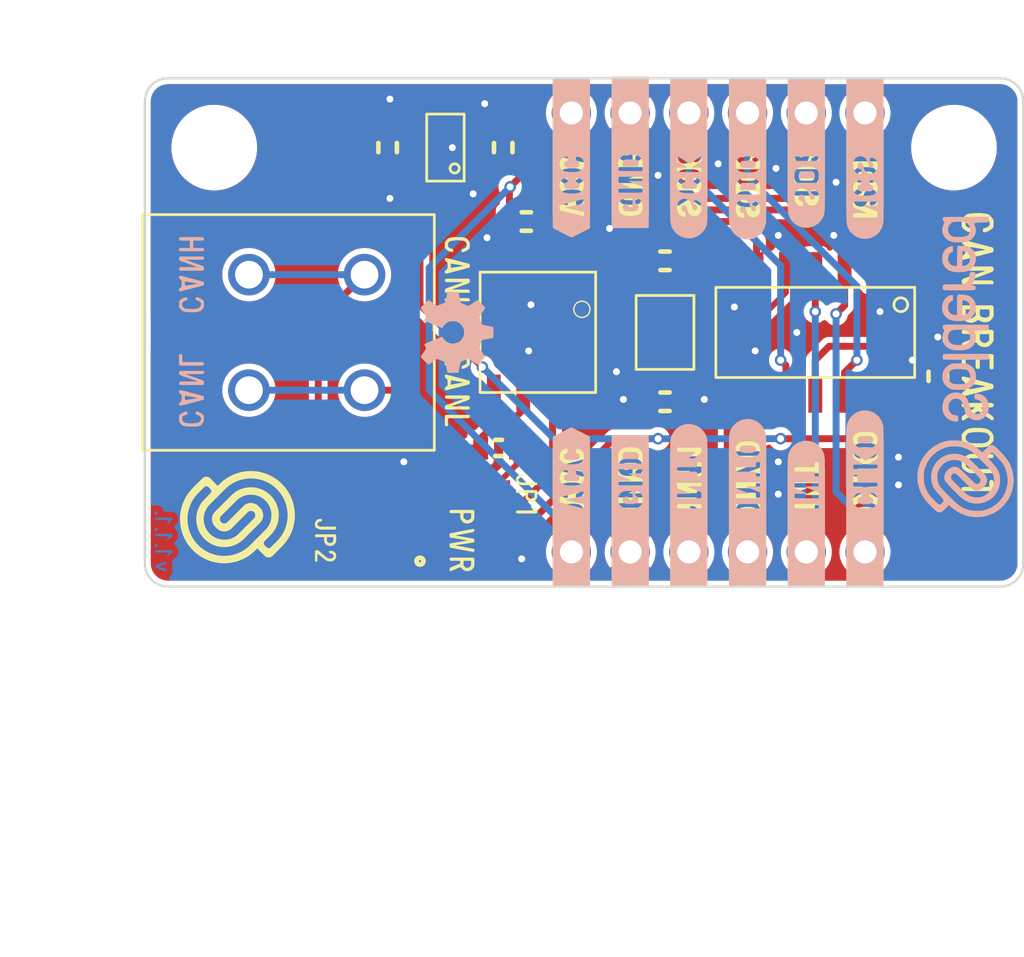
<source format=kicad_pcb>
(kicad_pcb (version 20210623) (generator pcbnew)
  (title_block (title "CAN breakout") (date "2021-07-12") (rev "V1.1.1.") (company "SOLDERED") (comment 1 "333020"))
  (layers (0 "F.Cu" mixed) (31 "B.Cu" signal) (34 "B.Paste" user) (35 "F.Paste" user) (36 "B.SilkS" user "B.Silkscreen") (37 "F.SilkS" user "F.Silkscreen") (38 "B.Mask" user) (39 "F.Mask" user) (44 "Edge.Cuts" user))
  (net 0 "")
  (net 1 "OSC1")
  (net 2 "GND")
  (net 3 "Net-(C2-Pad2)")
  (net 4 "5V")
  (net 5 "3V3")
  (net 6 "Net-(JP1-Pad2)")
  (net 7 "CANH")
  (net 8 "CLKO")
  (net 9 "INT")
  (net 10 "INT0")
  (net 11 "INT1")
  (net 12 "nCS")
  (net 13 "SDI")
  (net 14 "SDO")
  (net 15 "SCK")
  (net 16 "CANL")
  (net 18 "RXD")
  (net 19 "TXD")
  (net 20 "Net-(D1-Pad1)")
  (net 21 "Net-(JP2-Pad2)")
  (footprint "buzzardLabel" (layer "F.Cu") (at 124.93 109.4 -90)
    (fp_text reference "" (at 0 0 90) (layer "F.SilkS") (effects (font (size 1.27 1.27))))
    (fp_text value "" (at 0 0 90) (layer "F.SilkS") (effects (font (size 1.27 1.27))))
  )
  (footprint "e-radionica.com footprinti:0402R" (layer "F.Cu") (at 112.4 107 90)
    (fp_text reference "R2")
    (fp_text value "2k2")
    (pad "1" smd rect locked (at -0.5 0 180) (size 0.64 0.54) (layers "F.Cu" "F.Paste" "F.Mask") (net 21 "Net-(JP2-Pad2)"))
    (pad "2" smd rect locked (at 0.5 0 180) (size 0.64 0.54) (layers "F.Cu" "F.Paste" "F.Mask") (net 20 "Net-(D1-Pad1)"))
  )
  (footprint "Soldered Graphics:Logo-Back-OSH-3.5mm" (layer "F.Cu") (at 114.9 98 -90)
    (fp_text reference "G***" hide)
    (fp_text value "LOGO" hide)
  )
  (footprint "buzzardLabel" (layer "F.Cu") (at 130.01 109.4 -90)
    (fp_text reference "" (at 0 0 90) (layer "F.SilkS") (effects (font (size 1.27 1.27))))
    (fp_text value "" (at 0 0 90) (layer "F.SilkS") (effects (font (size 1.27 1.27))))
  )
  (footprint "buzzardLabel" (layer "F.Cu") (at 119.85 86.6 -90)
    (fp_text reference "" (at 0 0 90) (layer "F.SilkS") (effects (font (size 1.27 1.27))))
    (fp_text value "" (at 0 0 90) (layer "F.SilkS") (effects (font (size 1.27 1.27))))
  )
  (footprint "buzzardLabel" (layer "F.Cu") (at 109.2 107 -90)
    (fp_text reference "" (at 0 0 90) (layer "F.SilkS") (effects (font (size 1.27 1.27))))
    (fp_text value "" (at 0 0 90) (layer "F.SilkS") (effects (font (size 1.27 1.27))))
  )
  (footprint "e-radionica.com footprinti:0603C" (layer "F.Cu") (at 123.9 94.9 180)
    (fp_text reference "C1")
    (fp_text value "22pF")
    (pad "1" smd rect locked (at -0.73 0 180) (size 0.66 1) (layers "F.Cu" "F.Paste" "F.Mask") (net 2 "GND"))
    (pad "2" smd rect locked (at 0.73 0 180) (size 0.66 1) (layers "F.Cu" "F.Paste" "F.Mask") (net 1 "OSC1"))
  )
  (footprint "e-radionica.com footprinti:0603C" (layer "F.Cu") (at 116.9 90 -90)
    (fp_text reference "C3")
    (fp_text value "2.2uF")
    (pad "1" smd rect locked (at -0.73 0 270) (size 0.66 1) (layers "F.Cu" "F.Paste" "F.Mask") (net 2 "GND"))
    (pad "2" smd rect locked (at 0.73 0 270) (size 0.66 1) (layers "F.Cu" "F.Paste" "F.Mask") (net 4 "5V"))
  )
  (footprint "buzzardLabel" (layer "F.Cu") (at 117.9 105 -90)
    (fp_text reference "" (at 0 0 90) (layer "F.SilkS") (effects (font (size 1.27 1.27))))
    (fp_text value "" (at 0 0 90) (layer "F.SilkS") (effects (font (size 1.27 1.27))))
  )
  (footprint "buzzardLabel" (layer "F.Cu") (at 122.39 109.4 -90)
    (fp_text reference "" (at 0 0 90) (layer "F.SilkS") (effects (font (size 1.27 1.27))))
    (fp_text value "" (at 0 0 90) (layer "F.SilkS") (effects (font (size 1.27 1.27))))
  )
  (footprint "buzzardLabel" (layer "F.Cu") (at 119.85 109.4 -90)
    (fp_text reference "" (at 0 0 90) (layer "F.SilkS") (effects (font (size 1.27 1.27))))
    (fp_text value "" (at 0 0 90) (layer "F.SilkS") (effects (font (size 1.27 1.27))))
  )
  (footprint "buzzardLabel" (layer "F.Cu") (at 114.9 100.5 -90)
    (fp_text reference "" (at 0 0 90) (layer "F.SilkS") (effects (font (size 1.27 1.27))))
    (fp_text value "" (at 0 0 90) (layer "F.SilkS") (effects (font (size 1.27 1.27))))
  )
  (footprint "e-radionica.com footprinti:SMD_JUMPER" (layer "F.Cu") (at 116.7 105 90)
    (fp_text reference "JP1")
    (fp_text value "SMD_JUMPER")
    (pad "1" smd rect locked (at -0.35 0 90) (size 0.5 1) (layers "F.Cu" "F.Mask") (net 7 "CANH"))
    (pad "2" smd rect locked (at 0.35 0 90) (size 0.5 1) (layers "F.Cu" "F.Mask") (net 6 "Net-(JP1-Pad2)"))
  )
  (footprint "e-radionica.com footprinti:0603C" (layer "F.Cu") (at 111.9 90 -90)
    (fp_text reference "C5")
    (fp_text value "2.2uF")
    (pad "1" smd rect locked (at -0.73 0 270) (size 0.66 1) (layers "F.Cu" "F.Paste" "F.Mask") (net 2 "GND"))
    (pad "2" smd rect locked (at 0.73 0 270) (size 0.66 1) (layers "F.Cu" "F.Paste" "F.Mask") (net 5 "3V3"))
  )
  (footprint "buzzardLabel" (layer "F.Cu") (at 130.01 86.6 -90)
    (fp_text reference "" (at 0 0 90) (layer "F.SilkS") (effects (font (size 1.27 1.27))))
    (fp_text value "" (at 0 0 90) (layer "F.SilkS") (effects (font (size 1.27 1.27))))
  )
  (footprint "e-radionica.com footprinti:HOLE_3.2mm" (layer "F.Cu") (at 104.4 90 -90)
    (fp_text reference "H2" hide)
    (fp_text value "HOLE_3.2mm" hide)
    (pad "" np_thru_hole circle locked (at 0 0 270) (size 3.2 3.2) (drill 3.2) (layers F&B.Cu *.Mask))
  )
  (footprint "e-radionica.com footprinti:HOLE_3.2mm" (layer "F.Cu") (at 136.4 90 -90)
    (fp_text reference "H1" hide)
    (fp_text value "HOLE_3.2mm" hide)
    (pad "" np_thru_hole circle locked (at 0 0 270) (size 3.2 3.2) (drill 3.2) (layers F&B.Cu *.Mask))
  )
  (footprint "buzzardLabel" (layer "F.Cu") (at 127.47 86.6 -90)
    (fp_text reference "" (at 0 0 90) (layer "F.SilkS") (effects (font (size 1.27 1.27))))
    (fp_text value "" (at 0 0 90) (layer "F.SilkS") (effects (font (size 1.27 1.27))))
  )
  (footprint "e-radionica.com footprinti:0603C" (layer "F.Cu") (at 123.9 101)
    (fp_text reference "C2")
    (fp_text value "22pF")
    (pad "1" smd rect locked (at -0.73 0) (size 0.66 1) (layers "F.Cu" "F.Paste" "F.Mask") (net 2 "GND"))
    (pad "2" smd rect locked (at 0.73 0) (size 0.66 1) (layers "F.Cu" "F.Paste" "F.Mask") (net 3 "Net-(C2-Pad2)"))
  )
  (footprint "e-radionica.com footprinti:SOIC−8" (layer "F.Cu") (at 118.4 98 -90)
    (fp_text reference "U3")
    (fp_text value "ATA6561-GAQW-N")
    (pad "1" smd rect locked (at -2.7 -1.905 270) (size 1.55 0.6) (layers "F.Cu" "F.Paste" "F.Mask") (net 19 "TXD"))
    (pad "2" smd rect locked (at -2.6 -0.635 270) (size 1.55 0.6) (layers "F.Cu" "F.Paste" "F.Mask") (net 2 "GND"))
    (pad "3" smd rect locked (at -2.6 0.635 270) (size 1.55 0.6) (layers "F.Cu" "F.Paste" "F.Mask") (net 4 "5V"))
    (pad "4" smd rect locked (at -2.6 1.905 270) (size 1.55 0.6) (layers "F.Cu" "F.Paste" "F.Mask") (net 18 "RXD"))
    (pad "5" smd rect locked (at 2.6 1.905 270) (size 1.55 0.6) (layers "F.Cu" "F.Paste" "F.Mask") (net 5 "3V3"))
    (pad "6" smd rect locked (at 2.6 0.635 270) (size 1.55 0.6) (layers "F.Cu" "F.Paste" "F.Mask") (net 16 "CANL"))
    (pad "7" smd rect locked (at 2.6 -0.635 270) (size 1.55 0.6) (layers "F.Cu" "F.Paste" "F.Mask") (net 7 "CANH"))
    (pad "8" smd rect locked (at 2.6 -1.905 270) (size 1.55 0.6) (layers "F.Cu" "F.Paste" "F.Mask") (net 2 "GND"))
  )
  (footprint "buzzardLabel" (layer "F.Cu") (at 127.47 109.4 -90)
    (fp_text reference "" (at 0 0 90) (layer "F.SilkS") (effects (font (size 1.27 1.27))))
    (fp_text value "" (at 0 0 90) (layer "F.SilkS") (effects (font (size 1.27 1.27))))
  )
  (footprint "buzzardLabel" (layer "F.Cu") (at 115.1 107 -90)
    (fp_text reference "" (at 0 0 90) (layer "F.SilkS") (effects (font (size 1.27 1.27))))
    (fp_text value "" (at 0 0 90) (layer "F.SilkS") (effects (font (size 1.27 1.27))))
  )
  (footprint "Soldered Graphics:Logo-Front-Soldered-5mm" (layer "F.Cu") (at 105.4 106 -90)
    (fp_text reference "G***" hide)
    (fp_text value "LOGO" hide)
  )
  (footprint "buzzardLabel" (layer "F.Cu") (at 124.93 86.6 -90)
    (fp_text reference "" (at 0 0 90) (layer "F.SilkS") (effects (font (size 1.27 1.27))))
    (fp_text value "" (at 0 0 90) (layer "F.SilkS") (effects (font (size 1.27 1.27))))
  )
  (footprint "buzzardLabel" (layer "F.Cu") (at 122.39 86.5275 -90)
    (fp_text reference "" (at 0 0 90) (layer "F.SilkS") (effects (font (size 1.27 1.27))))
    (fp_text value "" (at 0 0 90) (layer "F.SilkS") (effects (font (size 1.27 1.27))))
  )
  (footprint "buzzardLabel" (layer "F.Cu") (at 114.9 95.5 -90)
    (fp_text reference "" (at 0 0 90) (layer "F.SilkS") (effects (font (size 1.27 1.27))))
    (fp_text value "" (at 0 0 90) (layer "F.SilkS") (effects (font (size 1.27 1.27))))
  )
  (footprint "buzzardLabel" (layer "F.Cu") (at 132.55 86.6 -90)
    (fp_text reference "" (at 0 0 90) (layer "F.SilkS") (effects (font (size 1.27 1.27))))
    (fp_text value "" (at 0 0 90) (layer "F.SilkS") (effects (font (size 1.27 1.27))))
  )
  (footprint "e-radionica.com footprinti:KRISTAL_3225__4_PAD" (layer "F.Cu") (at 123.9 98 -90)
    (fp_text reference "X1")
    (fp_text value "40MHz")
    (pad "1" smd rect locked (at -1.1 0.8 270) (size 1.4 1.2) (layers "F.Cu" "F.Paste" "F.Mask") (net 1 "OSC1"))
    (pad "2" smd rect locked (at 1.1 0.8 270) (size 1.4 1.2) (layers "F.Cu" "F.Paste" "F.Mask") (net 2 "GND"))
    (pad "3" smd rect locked (at 1.1 -0.8 270) (size 1.4 1.2) (layers "F.Cu" "F.Paste" "F.Mask") (net 3 "Net-(C2-Pad2)"))
    (pad "4" smd rect locked (at -1.1 -0.8 270) (size 1.4 1.2) (layers "F.Cu" "F.Paste" "F.Mask") (net 2 "GND"))
  )
  (footprint "e-radionica.com footprinti:0603C" (layer "F.Cu") (at 117.9 93.2)
    (fp_text reference "C6")
    (fp_text value "0.1uF")
    (pad "1" smd rect locked (at -0.73 0) (size 0.66 1) (layers "F.Cu" "F.Paste" "F.Mask") (net 4 "5V"))
    (pad "2" smd rect locked (at 0.73 0) (size 0.66 1) (layers "F.Cu" "F.Paste" "F.Mask") (net 2 "GND"))
  )
  (footprint "e-radionica.com footprinti:0402LED" (layer "F.Cu") (at 113.9 107 -90)
    (fp_text reference "D1")
    (fp_text value "purple")
    (pad "1" smd rect locked (at -0.55 0) (size 0.75 0.45) (layers "F.Cu" "F.Paste" "F.Mask") (net 20 "Net-(D1-Pad1)"))
    (pad "2" smd rect locked (at 0.55 0) (size 0.75 0.45) (layers "F.Cu" "F.Paste" "F.Mask") (net 2 "GND"))
  )
  (footprint "buzzardLabel" (layer "F.Cu") (at 132.55 109.4 -90)
    (fp_text reference "" (at 0 0 90) (layer "F.SilkS") (effects (font (size 1.27 1.27))))
    (fp_text value "" (at 0 0 90) (layer "F.SilkS") (effects (font (size 1.27 1.27))))
  )
  (footprint "buzzardLabel" (layer "F.Cu") (at 137.4 99 -90)
    (fp_text reference "" (at 0 0 90) (layer "F.SilkS") (effects (font (size 1.27 1.27))))
    (fp_text value "" (at 0 0 90) (layer "F.SilkS") (effects (font (size 1.27 1.27))))
  )
  (footprint "e-radionica.com footprinti:SOIC-14" (layer "F.Cu") (at 130.4 98 -90)
    (fp_text reference "U2")
    (fp_text value "MCP2518FDT-E/SL")
    (pad "1" smd rect locked (at -2.7 -3.81 270) (size 1.55 0.6) (layers "F.Cu" "F.Paste" "F.Mask") (net 19 "TXD"))
    (pad "2" smd rect locked (at -2.7 -2.54 270) (size 1.55 0.6) (layers "F.Cu" "F.Paste" "F.Mask") (net 18 "RXD"))
    (pad "3" smd rect locked (at -2.7 -1.27 270) (size 1.55 0.6) (layers "F.Cu" "F.Paste" "F.Mask") (net 8 "CLKO"))
    (pad "4" smd rect locked (at -2.7 0 270) (size 1.55 0.6) (layers "F.Cu" "F.Paste" "F.Mask") (net 9 "INT"))
    (pad "5" smd rect locked (at -2.7 1.27 270) (size 1.55 0.6) (layers "F.Cu" "F.Paste" "F.Mask") (net 3 "Net-(C2-Pad2)"))
    (pad "6" smd rect locked (at -2.7 2.54 270) (size 1.55 0.6) (layers "F.Cu" "F.Paste" "F.Mask") (net 1 "OSC1"))
    (pad "7" smd rect locked (at -2.7 3.81 270) (size 1.55 0.6) (layers "F.Cu" "F.Paste" "F.Mask") (net 2 "GND"))
    (pad "8" smd rect locked (at 2.7 3.81 270) (size 1.55 0.6) (layers "F.Cu" "F.Paste" "F.Mask") (net 11 "INT1"))
    (pad "9" smd rect locked (at 2.7 2.54 270) (size 1.55 0.6) (layers "F.Cu" "F.Paste" "F.Mask") (net 10 "INT0"))
    (pad "10" smd rect locked (at 2.7 1.27 270) (size 1.55 0.6) (layers "F.Cu" "F.Paste" "F.Mask") (net 15 "SCK"))
    (pad "11" smd rect locked (at 2.7 0 270) (size 1.55 0.6) (layers "F.Cu" "F.Paste" "F.Mask") (net 13 "SDI"))
    (pad "12" smd rect locked (at 2.7 -1.27 270) (size 1.55 0.6) (layers "F.Cu" "F.Paste" "F.Mask") (net 14 "SDO"))
    (pad "13" smd rect locked (at 2.7 -2.54 270) (size 1.55 0.6) (layers "F.Cu" "F.Paste" "F.Mask") (net 12 "nCS"))
    (pad "14" smd rect locked (at 2.7 -3.81 270) (size 1.55 0.6) (layers "F.Cu" "F.Paste" "F.Mask") (net 5 "3V3"))
  )
  (footprint "e-radionica.com footprinti:TERMINAL_KF235-5.0-2P" (layer "F.Cu") (at 108.4 98 -90)
    (fp_text reference "K3")
    (fp_text value "TERMINAL_KF235-5.0-2P")
    (pad "1" thru_hole circle locked (at 2.5 2.5 270) (size 1.8 1.8) (drill 1.2) (layers *.Cu *.Mask) (net 16 "CANL"))
    (pad "1" thru_hole circle locked (at 2.5 -2.5 270) (size 1.8 1.8) (drill 1.2) (layers *.Cu *.Mask) (net 16 "CANL"))
    (pad "2" thru_hole circle locked (at -2.5 -2.5 270) (size 1.8 1.8) (drill 1.2) (layers *.Cu *.Mask) (net 7 "CANH"))
    (pad "2" thru_hole circle locked (at -2.5 2.5 270) (size 1.8 1.8) (drill 1.2) (layers *.Cu *.Mask) (net 7 "CANH"))
  )
  (footprint "e-radionica.com footprinti:0603C" (layer "F.Cu") (at 135.7 99.9 -90)
    (fp_text reference "C4")
    (fp_text value "0.1uF")
    (pad "1" smd rect locked (at -0.73 0 270) (size 0.66 1) (layers "F.Cu" "F.Paste" "F.Mask") (net 2 "GND"))
    (pad "2" smd rect locked (at 0.73 0 270) (size 0.66 1) (layers "F.Cu" "F.Paste" "F.Mask") (net 5 "3V3"))
  )
  (footprint "Soldered Graphics:Logo-Back-SolderedFULL-13mm" (layer "F.Cu") (at 136.9 99.5 -90)
    (fp_text reference "REF**" hide)
    (fp_text value "Logo-Front-SolderedFULL-13mm" hide)
  )
  (footprint "e-radionica.com footprinti:FIDUCIAL_23" (layer "F.Cu") (at 103.4 98 -90)
    (fp_text reference "FD1")
    (fp_text value "FIDUCIAL")
    (fp_circle (center 0 0) (end 1 0) (layer "F.Cu") (width 0.2) (fill none))
    (pad "1" smd circle (at 0 0 270) (size 1 1) (layers "F.Cu" "F.Paste" "F.Mask") (clearance 1.1))
  )
  (footprint "e-radionica.com footprinti:SMD-JUMPER-CONNECTED_TRACE_SLODERMASK" (layer "F.Cu") (at 110.4 107 -90)
    (fp_text reference "JP2")
    (fp_text value "SMD-JUMPER-CONNECTED_TRACE_SLODERMASK")
    (fp_poly (pts (xy 0.1 0.1) (xy -0.1 0.1) (xy -0.1 -0.1) (xy 0.1 -0.1)) (layer "F.Cu") (width 0.1) (fill solid))
    (pad "1" smd rect (at -0.35 0 270) (size 0.5 1) (layers "F.Cu" "F.Mask") (net 5 "3V3"))
    (pad "2" smd rect (at 0.35 0 270) (size 0.5 1) (layers "F.Cu" "F.Mask") (net 21 "Net-(JP2-Pad2)"))
  )
  (footprint "e-radionica.com footprinti:SOT-23-5" (layer "F.Cu") (at 114.4 90 180)
    (fp_text reference "U1")
    (fp_text value "SE5218")
    (pad "1" smd rect locked (at -1.1 -0.95 180) (size 0.7 0.45) (layers "F.Cu" "F.Paste" "F.Mask") (net 4 "5V"))
    (pad "2" smd rect locked (at -1.1 0 180) (size 0.7 0.45) (layers "F.Cu" "F.Paste" "F.Mask") (net 2 "GND"))
    (pad "3" smd rect locked (at -1.1 0.95 180) (size 0.7 0.45) (layers "F.Cu" "F.Paste" "F.Mask") (net 4 "5V"))
    (pad "4" smd rect locked (at 1.1 0.95 180) (size 0.7 0.45) (layers "F.Cu" "F.Paste" "F.Mask"))
    (pad "5" smd rect locked (at 1.1 -0.95 180) (size 0.7 0.45) (layers "F.Cu" "F.Paste" "F.Mask") (net 5 "3V3"))
  )
  (footprint "e-radionica.com footprinti:0603R" (layer "F.Cu") (at 116.7 103 180)
    (fp_text reference "R1")
    (fp_text value "120R")
    (pad "1" smd rect locked (at -0.775 0 270) (size 1 0.64) (layers "F.Cu" "F.Paste" "F.Mask") (net 6 "Net-(JP1-Pad2)"))
    (pad "2" smd rect locked (at 0.775 0 270) (size 1 0.64) (layers "F.Cu" "F.Paste" "F.Mask") (net 16 "CANL"))
  )
  (footprint "buzzardLabel" (layer "B.Cu") (at 127.47 86.6 90)
    (fp_text reference "" (at 0 0 90) (layer "B.SilkS") (effects (font (size 1.27 1.27)) (justify mirror)))
    (fp_text value "" (at 0 0 90) (layer "B.SilkS") (effects (font (size 1.27 1.27)) (justify mirror)))
  )
  (footprint "buzzardLabel" (layer "B.Cu") (at 130.01 86.6 90)
    (fp_text reference "" (at 0 0 90) (layer "B.SilkS") (effects (font (size 1.27 1.27)) (justify mirror)))
    (fp_text value "" (at 0 0 90) (layer "B.SilkS") (effects (font (size 1.27 1.27)) (justify mirror)))
  )
  (footprint "buzzardLabel" (layer "B.Cu") (at 103.4 100.5 90)
    (fp_text reference "" (at 0 0 90) (layer "B.SilkS") (effects (font (size 1.27 1.27)) (justify mirror)))
    (fp_text value "" (at 0 0 90) (layer "B.SilkS") (effects (font (size 1.27 1.27)) (justify mirror)))
  )
  (footprint "buzzardLabel" (layer "B.Cu") (at 124.93 86.6 90)
    (fp_text reference "" (at 0 0 90) (layer "B.SilkS") (effects (font (size 1.27 1.27)) (justify mirror)))
    (fp_text value "" (at 0 0 90) (layer "B.SilkS") (effects (font (size 1.27 1.27)) (justify mirror)))
  )
  (footprint "buzzardLabel" (layer "B.Cu") (at 127.47 109.4 90)
    (fp_text reference "" (at 0 0 90) (layer "B.SilkS") (effects (font (size 1.27 1.27)) (justify mirror)))
    (fp_text value "" (at 0 0 90) (layer "B.SilkS") (effects (font (size 1.27 1.27)) (justify mirror)))
  )
  (footprint "e-radionica.com footprinti:HEADER_MALE_6X1" (layer "B.Cu") (at 126.2 88.5)
    (fp_text reference "K2")
    (fp_text value "HEADER_MALE_6X1")
    (pad "1" thru_hole circle locked (at -6.35 0) (size 1.7 1.7) (drill 1) (layers *.Cu *.Mask) (net 4 "5V"))
    (pad "2" thru_hole circle locked (at -3.81 0) (size 1.7 1.7) (drill 1) (layers *.Cu *.Mask) (net 2 "GND"))
    (pad "3" thru_hole circle locked (at -1.27 0) (size 1.7 1.7) (drill 1) (layers *.Cu *.Mask) (net 15 "SCK"))
    (pad "4" thru_hole circle locked (at 1.27 0) (size 1.7 1.7) (drill 1) (layers *.Cu *.Mask) (net 14 "SDO"))
    (pad "5" thru_hole circle locked (at 3.81 0) (size 1.7 1.7) (drill 1) (layers *.Cu *.Mask) (net 13 "SDI"))
    (pad "6" thru_hole circle locked (at 6.35 0) (size 1.7 1.7) (drill 1) (layers *.Cu *.Mask) (net 12 "nCS"))
  )
  (footprint "buzzardLabel" (layer "B.Cu") (at 122.39 86.5275 90)
    (fp_text reference "" (at 0 0 90) (layer "B.SilkS") (effects (font (size 1.27 1.27)) (justify mirror)))
    (fp_text value "" (at 0 0 90) (layer "B.SilkS") (effects (font (size 1.27 1.27)) (justify mirror)))
  )
  (footprint "buzzardLabel" (layer "B.Cu") (at 124.93 109.4 90)
    (fp_text reference "" (at 0 0 90) (layer "B.SilkS") (effects (font (size 1.27 1.27)) (justify mirror)))
    (fp_text value "" (at 0 0 90) (layer "B.SilkS") (effects (font (size 1.27 1.27)) (justify mirror)))
  )
  (footprint "buzzardLabel" (layer "B.Cu") (at 132.55 109.4 90)
    (fp_text reference "" (at 0 0 90) (layer "B.SilkS") (effects (font (size 1.27 1.27)) (justify mirror)))
    (fp_text value "" (at 0 0 90) (layer "B.SilkS") (effects (font (size 1.27 1.27)) (justify mirror)))
  )
  (footprint "buzzardLabel" (layer "B.Cu") (at 132.55 86.6 90)
    (fp_text reference "" (at 0 0 90) (layer "B.SilkS") (effects (font (size 1.27 1.27)) (justify mirror)))
    (fp_text value "" (at 0 0 90) (layer "B.SilkS") (effects (font (size 1.27 1.27)) (justify mirror)))
  )
  (footprint "buzzardLabel" (layer "B.Cu") (at 119.85 86.6 90)
    (fp_text reference "" (at 0 0 90) (layer "B.SilkS") (effects (font (size 1.27 1.27)) (justify mirror)))
    (fp_text value "" (at 0 0 90) (layer "B.SilkS") (effects (font (size 1.27 1.27)) (justify mirror)))
  )
  (footprint "Soldered Graphics:Version1.1.1." (layer "B.Cu") (at 102.2 107 90)
    (fp_text reference "REF**" hide)
    (fp_text value "Version1.1.1." hide)
    (fp_poly (pts (xy 0.21 -0.35) (xy 0.26 -0.35) (xy 0.28 -0.31) (xy 0.28 0.35) (xy 0.24 0.38) (xy 0.19 0.38) (xy 0.15 0.34) (xy 0.04 0.22) (xy 0.02 0.17) (xy 0.05 0.16) (xy 0.14 0.22) (xy 0.18 0.23) (xy 0.18 -0.31) (xy 0.21 -0.35)) (layer "B.Cu") (width 0.01) (fill solid))
    (fp_poly (pts (xy -0.27 -0.38) (xy -0.22 -0.38) (xy -0.17 -0.37) (xy -0.16 -0.33) (xy -0.16 -0.27) (xy -0.21 -0.26) (xy -0.26 -0.26) (xy -0.29 -0.29) (xy -0.29 -0.34) (xy -0.27 -0.38)) (layer "B.Cu") (width 0.01) (fill solid))
    (fp_poly (pts (xy -1.15 -0.35) (xy -1.1 -0.35) (xy -1.07 -0.31) (xy -0.92 0.1) (xy -0.94 0.13) (xy -0.99 0.13) (xy -1.02 0.1) (xy -1.11 -0.16) (xy -1.13 -0.21) (xy -1.15 -0.17) (xy -1.24 0.09) (xy -1.26 0.13) (xy -1.32 0.13) (xy -1.34 0.1) (xy -1.18 -0.31) (xy -1.15 -0.35)) (layer "B.Cu") (width 0.01) (fill solid))
    (fp_poly (pts (xy 1.14 -0.38) (xy 1.19 -0.38) (xy 1.24 -0.37) (xy 1.25 -0.33) (xy 1.25 -0.27) (xy 1.2 -0.26) (xy 1.15 -0.26) (xy 1.12 -0.29) (xy 1.12 -0.34) (xy 1.14 -0.38)) (layer "B.Cu") (width 0.01) (fill solid))
    (fp_poly (pts (xy 0.91 -0.35) (xy 0.96 -0.35) (xy 0.98 -0.31) (xy 0.98 0.35) (xy 0.95 0.38) (xy 0.89 0.38) (xy 0.86 0.34) (xy 0.74 0.22) (xy 0.73 0.17) (xy 0.76 0.16) (xy 0.85 0.22) (xy 0.89 0.23) (xy 0.89 -0.31) (xy 0.91 -0.35)) (layer "B.Cu") (width 0.01) (fill solid))
    (fp_poly (pts (xy 0.43 -0.38) (xy 0.48 -0.38) (xy 0.54 -0.37) (xy 0.54 -0.33) (xy 0.54 -0.27) (xy 0.5 -0.26) (xy 0.45 -0.26) (xy 0.42 -0.29) (xy 0.42 -0.34) (xy 0.43 -0.38)) (layer "B.Cu") (width 0.01) (fill solid))
    (fp_poly (pts (xy -0.5 -0.35) (xy -0.44 -0.35) (xy -0.43 -0.31) (xy -0.43 0.35) (xy -0.46 0.38) (xy -0.52 0.38) (xy -0.55 0.34) (xy -0.67 0.22) (xy -0.68 0.17) (xy -0.65 0.16) (xy -0.56 0.22) (xy -0.52 0.23) (xy -0.52 -0.31) (xy -0.5 -0.35)) (layer "B.Cu") (width 0.01) (fill solid))
  )
  (footprint "buzzardLabel" (layer "B.Cu") (at 119.85 109.4 90)
    (fp_text reference "" (at 0 0 90) (layer "B.SilkS") (effects (font (size 1.27 1.27)) (justify mirror)))
    (fp_text value "" (at 0 0 90) (layer "B.SilkS") (effects (font (size 1.27 1.27)) (justify mirror)))
  )
  (footprint "e-radionica.com footprinti:HEADER_MALE_6X1" (layer "B.Cu") (at 126.2 107.5)
    (fp_text reference "K1")
    (fp_text value "HEADER_MALE_6X1")
    (pad "1" thru_hole circle locked (at -6.35 0) (size 1.7 1.7) (drill 1) (layers *.Cu *.Mask) (net 4 "5V"))
    (pad "2" thru_hole circle locked (at -3.81 0) (size 1.7 1.7) (drill 1) (layers *.Cu *.Mask) (net 2 "GND"))
    (pad "3" thru_hole circle locked (at -1.27 0) (size 1.7 1.7) (drill 1) (layers *.Cu *.Mask) (net 11 "INT1"))
    (pad "4" thru_hole circle locked (at 1.27 0) (size 1.7 1.7) (drill 1) (layers *.Cu *.Mask) (net 10 "INT0"))
    (pad "5" thru_hole circle locked (at 3.81 0) (size 1.7 1.7) (drill 1) (layers *.Cu *.Mask) (net 9 "INT"))
    (pad "6" thru_hole circle locked (at 6.35 0) (size 1.7 1.7) (drill 1) (layers *.Cu *.Mask) (net 8 "CLKO"))
  )
  (footprint "buzzardLabel" (layer "B.Cu") (at 130.01 109.4 90)
    (fp_text reference "" (at 0 0 90) (layer "B.SilkS") (effects (font (size 1.27 1.27)) (justify mirror)))
    (fp_text value "" (at 0 0 90) (layer "B.SilkS") (effects (font (size 1.27 1.27)) (justify mirror)))
  )
  (footprint "buzzardLabel" (layer "B.Cu") (at 122.39 109.4 90)
    (fp_text reference "" (at 0 0 90) (layer "B.SilkS") (effects (font (size 1.27 1.27)) (justify mirror)))
    (fp_text value "" (at 0 0 90) (layer "B.SilkS") (effects (font (size 1.27 1.27)) (justify mirror)))
  )
  (footprint "buzzardLabel" (layer "B.Cu") (at 103.4 95.5 90)
    (fp_text reference "" (at 0 0 90) (layer "B.SilkS") (effects (font (size 1.27 1.27)) (justify mirror)))
    (fp_text value "" (at 0 0 90) (layer "B.SilkS") (effects (font (size 1.27 1.27)) (justify mirror)))
  )
  (gr_line (start 102.4 87) (end 138.4 87) (layer "Edge.Cuts") (width 0.1))
  (gr_arc (start 138.4 88) (end 139.4 88) (angle -90) (layer "Edge.Cuts") (width 0.1))
  (gr_arc (start 138.4 108) (end 139.4 108) (angle 90) (layer "Edge.Cuts") (width 0.1))
  (gr_arc (start 102.4 108) (end 101.4 108) (angle -90) (layer "Edge.Cuts") (width 0.1))
  (gr_line (start 101.4 108) (end 101.4 88) (layer "Edge.Cuts") (width 0.1))
  (gr_line (start 139.4 88) (end 139.4 108) (layer "Edge.Cuts") (width 0.1))
  (gr_line (start 138.4 109) (end 102.4 109) (layer "Edge.Cuts") (width 0.1))
  (gr_arc (start 102.4 88) (end 101.4 88) (angle 90) (layer "Edge.Cuts") (width 0.1))
  (segment (start 123.17 94.23) (end 123.17 95) (width 0.3) (layer "F.Cu") (net 1))
  (segment (start 124.2 93.2) (end 123.17 94.23) (width 0.3) (layer "F.Cu") (net 1))
  (segment (start 127.86 95.3) (end 127.86 94.06) (width 0.3) (layer "F.Cu") (net 1))
  (segment (start 123.17 95) (end 123.17 96.83) (width 0.3) (layer "F.Cu") (net 1))
  (segment (start 123.17 96.83) (end 123.1 96.9) (width 0.3) (layer "F.Cu") (net 1))
  (segment (start 127 93.2) (end 124.2 93.2) (width 0.3) (layer "F.Cu") (net 1))
  (segment (start 127.86 94.06) (end 127 93.2) (width 0.3) (layer "F.Cu") (net 1))
  (via (at 115.6 92) (size 0.5) (drill 0.3) (layers "F.Cu" "B.Cu") (net 2))
  (via (at 114.7 90) (size 0.5) (drill 0.3) (layers "F.Cu" "B.Cu") (net 2))
  (via (at 126.9 96.9) (size 0.5) (drill 0.3) (layers "F.Cu" "B.Cu") (net 2))
  (via (at 121.5 93.5) (size 0.5) (drill 0.3) (layers "F.Cu" "B.Cu") (net 2))
  (via (at 112 87.9) (size 0.5) (drill 0.3) (layers "F.Cu" "B.Cu") (net 2))
  (via (at 131.2 93.8) (size 0.5) (drill 0.3) (layers "F.Cu" "B.Cu") (net 2))
  (via (at 134.6 99.2) (size 0.5) (drill 0.3) (layers "F.Cu" "B.Cu") (net 2))
  (via (at 128.8 105) (size 0.5) (drill 0.3) (layers "F.Cu" "B.Cu") (net 2))
  (via (at 116.1 88.1) (size 0.5) (drill 0.3) (layers "F.Cu" "B.Cu") (net 2))
  (via (at 116.2 93.9) (size 0.5) (drill 0.3) (layers "F.Cu" "B.Cu") (net 2))
  (via (at 122.1 100.9) (size 0.5) (drill 0.3) (layers "F.Cu" "B.Cu") (net 2))
  (via (at 129.6 98) (size 0.5) (drill 0.3) (layers "F.Cu" "B.Cu") (net 2))
  (via (at 134 103.4) (size 0.5) (drill 0.3) (layers "F.Cu" "B.Cu") (net 2))
  (via (at 125.6 100.9) (size 0.5) (drill 0.3) (layers "F.Cu" "B.Cu") (net 2))
  (via (at 128.7 90.9) (size 0.5) (drill 0.3) (layers "F.Cu" "B.Cu") (net 2))
  (via (at 112 92.2) (size 0.5) (drill 0.3) (layers "F.Cu" "B.Cu") (net 2))
  (via (at 121.8 99.7) (size 0.5) (drill 0.3) (layers "F.Cu" "B.Cu") (net 2))
  (via (at 135.7 98.2) (size 0.5) (drill 0.3) (layers "F.Cu" "B.Cu") (net 2))
  (via (at 128.8 93.8) (size 0.5) (drill 0.3) (layers "F.Cu" "B.Cu") (net 2))
  (via (at 118 98.8) (size 0.5) (drill 0.3) (layers "F.Cu" "B.Cu") (net 2))
  (via (at 134 104.6) (size 0.5) (drill 0.3) (layers "F.Cu" "B.Cu") (net 2))
  (via (at 126.2 90.7) (size 0.5) (drill 0.3) (layers "F.Cu" "B.Cu") (net 2))
  (via (at 133.2 97.1) (size 0.5) (drill 0.3) (layers "F.Cu" "B.Cu") (net 2))
  (via (at 127.8 98.8) (size 0.5) (drill 0.3) (layers "F.Cu" "B.Cu") (net 2))
  (via (at 112.6 103.6) (size 0.5) (drill 0.3) (layers "F.Cu" "B.Cu") (net 2))
  (via (at 123.6 91.2) (size 0.5) (drill 0.3) (layers "F.Cu" "B.Cu") (net 2))
  (via (at 131.3 91.5) (size 0.5) (drill 0.3) (layers "F.Cu" "B.Cu") (net 2))
  (via (at 118.1 96.8) (size 0.5) (drill 0.3) (layers "F.Cu" "B.Cu") (net 2))
  (via (at 128.8 103.6) (size 0.5) (drill 0.3) (layers "F.Cu" "B.Cu") (net 2))
  (via (at 117.7 107.8) (size 0.5) (drill 0.3) (layers "F.Cu" "B.Cu") (net 2))
  (segment (start 129.13 96.27) (end 126.7 98.7) (width 0.254) (layer "F.Cu") (net 3))
  (segment (start 124.63 101) (end 124.63 99.17) (width 0.3) (layer "F.Cu") (net 3))
  (segment (start 124.63 99.17) (end 124.7 99.1) (width 0.3) (layer "F.Cu") (net 3))
  (segment (start 126.7 98.7) (end 125.1 98.7) (width 0.254) (layer "F.Cu") (net 3))
  (segment (start 129.13 95.3) (end 129.13 96.27) (width 0.254) (layer "F.Cu") (net 3))
  (segment (start 125.1 98.7) (end 124.7 99.1) (width 0.254) (layer "F.Cu") (net 3))
  (segment (start 117.17 93.77) (end 117.8 94.4) (width 0.3) (layer "F.Cu") (net 4))
  (segment (start 117.17 93.2) (end 117.17 93.77) (width 0.3) (layer "F.Cu") (net 4))
  (segment (start 116.25 90.95) (end 115.5 90.95) (width 0.3) (layer "F.Cu") (net 4))
  (segment (start 113.9 89.6) (end 113.9 90.5) (width 0.254) (layer "F.Cu") (net 4))
  (segment (start 117.8 94.4) (end 117.8 95.365) (width 0.3) (layer "F.Cu") (net 4))
  (segment (start 118.17 90.73) (end 117.17 91.73) (width 0.3) (layer "F.Cu") (net 4))
  (segment (start 114.45 89.05) (end 113.9 89.6) (width 0.254) (layer "F.Cu") (net 4))
  (segment (start 117.265 93.295) (end 117.17 93.2) (width 0.3) (layer "F.Cu") (net 4))
  (segment (start 118.17 90.73) (end 116.9 90.73) (width 0.3) (layer "F.Cu") (net 4))
  (segment (start 115.5 89.05) (end 114.45 89.05) (width 0.254) (layer "F.Cu") (net 4))
  (segment (start 116.47 90.73) (end 116.25 90.95) (width 0.3) (layer "F.Cu") (net 4))
  (segment (start 119.85 89.05) (end 118.17 90.73) (width 0.3) (layer "F.Cu") (net 4))
  (segment (start 113.9 90.5) (end 114.35 90.95) (width 0.254) (layer "F.Cu") (net 4))
  (segment (start 116.9 90.73) (end 116.47 90.73) (width 0.3) (layer "F.Cu") (net 4))
  (segment (start 119.85 88.5) (end 119.8 88.5) (width 0.3) (layer "F.Cu") (net 4))
  (segment (start 117.8 95.365) (end 117.765 95.4) (width 0.3) (layer "F.Cu") (net 4))
  (segment (start 117.17 91.73) (end 117.17 93.2) (width 0.3) (layer "F.Cu") (net 4))
  (segment (start 117.2 93.17) (end 117.17 93.2) (width 0.3) (layer "F.Cu") (net 4))
  (segment (start 114.35 90.95) (end 115.5 90.95) (width 0.254) (layer "F.Cu") (net 4))
  (segment (start 119.85 88.5) (end 119.85 89.05) (width 0.3) (layer "F.Cu") (net 4))
  (via (at 117.2 91.7) (size 0.5) (drill 0.3) (layers "F.Cu" "B.Cu") (net 4))
  (segment (start 119.85 106.65) (end 113.7 100.5) (width 0.3) (layer "B.Cu") (net 4))
  (segment (start 119.85 107.5) (end 119.85 106.65) (width 0.3) (layer "B.Cu") (net 4))
  (segment (start 113.7 100.5) (end 113.7 95.2) (width 0.3) (layer "B.Cu") (net 4))
  (segment (start 113.7 95.2) (end 117.2 91.7) (width 0.3) (layer "B.Cu") (net 4))
  (segment (start 121.7 102.6) (end 118 106.3) (width 0.3) (layer "F.Cu") (net 5))
  (segment (start 115.2 106.3) (end 114.4 105.5) (width 0.3) (layer "F.Cu") (net 5))
  (segment (start 134.9 102.6) (end 135.7 101.8) (width 0.3) (layer "F.Cu") (net 5))
  (segment (start 111.9 90.73) (end 113.08 90.73) (width 0.3) (layer "F.Cu") (net 5))
  (segment (start 116.495 100.6) (end 116.495 99.995) (width 0.3) (layer "F.Cu") (net 5))
  (segment (start 114.4 105.5) (end 111 105.5) (width 0.3) (layer "F.Cu") (net 5))
  (segment (start 110.4 106.1) (end 110.4 106.65) (width 0.3) (layer "F.Cu") (net 5))
  (segment (start 135.7 100.63) (end 134.28 100.63) (width 0.3) (layer "F.Cu") (net 5))
  (segment (start 111 105.5) (end 110.4 106.1) (width 0.3) (layer "F.Cu") (net 5))
  (segment (start 113.3 90.95) (end 113.3 96.8) (width 0.3) (layer "F.Cu") (net 5))
  (segment (start 123.6 102.6) (end 121.7 102.6) (width 0.3) (layer "F.Cu") (net 5))
  (segment (start 113.08 90.73) (end 113.3 90.95) (width 0.3) (layer "F.Cu") (net 5))
  (segment (start 116 99.5) (end 115.995 99.505) (width 0.3) (layer "F.Cu") (net 5))
  (segment (start 113.3 96.8) (end 116 99.5) (width 0.3) (layer "F.Cu") (net 5))
  (segment (start 118 106.3) (end 115.2 106.3) (width 0.3) (layer "F.Cu") (net 5))
  (segment (start 128.9 102.6) (end 134.9 102.6) (width 0.3) (layer "F.Cu") (net 5))
  (segment (start 135.7 101.8) (end 135.7 100.63) (width 0.3) (layer "F.Cu") (net 5))
  (segment (start 134.28 100.63) (end 134.21 100.7) (width 0.3) (layer "F.Cu") (net 5))
  (segment (start 116.495 99.995) (end 116 99.5) (width 0.3) (layer "F.Cu") (net 5))
  (via (at 128.9 102.6) (size 0.5) (drill 0.3) (layers "F.Cu" "B.Cu") (net 5))
  (via (at 123.6 102.6) (size 0.5) (drill 0.3) (layers "F.Cu" "B.Cu") (net 5))
  (via (at 116 99.5) (size 0.5) (drill 0.3) (layers "F.Cu" "B.Cu") (net 5))
  (segment (start 123.6 102.6) (end 119.1 102.6) (width 0.3) (layer "B.Cu") (net 5))
  (segment (start 119.1 102.6) (end 116 99.5) (width 0.3) (layer "B.Cu") (net 5))
  (segment (start 128.9 102.6) (end 123.6 102.6) (width 0.3) (layer "B.Cu") (net 5))
  (segment (start 117.475 103.725) (end 117.475 103) (width 0.25) (layer "F.Cu") (net 6))
  (segment (start 116.7 104.5) (end 117.475 103.725) (width 0.25) (layer "F.Cu") (net 6))
  (segment (start 116.7 104.65) (end 116.7 104.5) (width 0.25) (layer "F.Cu") (net 6))
  (segment (start 119.035 104.065) (end 117.75 105.35) (width 0.3) (layer "F.Cu") (net 7))
  (segment (start 117.75 105.35) (end 116.7 105.35) (width 0.3) (layer "F.Cu") (net 7))
  (segment (start 108.9 102.8) (end 110.9 104.8) (width 0.3) (layer "F.Cu") (net 7))
  (segment (start 114.8 104.8) (end 115.35 105.35) (width 0.3) (layer "F.Cu") (net 7))
  (segment (start 110.9 104.8) (end 114.8 104.8) (width 0.3) (layer "F.Cu") (net 7))
  (segment (start 115.35 105.35) (end 116.7 105.35) (width 0.3) (layer "F.Cu") (net 7))
  (segment (start 119.035 100.6) (end 119.035 104.065) (width 0.3) (layer "F.Cu") (net 7))
  (segment (start 108.9 97.5) (end 108.9 102.8) (width 0.3) (layer "F.Cu") (net 7))
  (segment (start 110.9 95.5) (end 108.9 97.5) (width 0.3) (layer "F.Cu") (net 7))
  (segment (start 110.9 95.5) (end 105.9 95.5) (width 0.3) (layer "B.Cu") (net 7))
  (segment (start 131.3 97.2) (end 131.67 96.83) (width 0.3) (layer "F.Cu") (net 8))
  (segment (start 131.67 96.83) (end 131.67 95.3) (width 0.3) (layer "F.Cu") (net 8))
  (via (at 131.3 97.2) (size 0.5) (drill 0.3) (layers "F.Cu" "B.Cu") (net 8))
  (segment (start 132.55 106.15) (end 132.55 107.5) (width 0.3) (layer "B.Cu") (net 8))
  (segment (start 131.3 97.2) (end 131.3 104.9) (width 0.3) (layer "B.Cu") (net 8))
  (segment (start 131.3 104.9) (end 132.55 106.15) (width 0.3) (layer "B.Cu") (net 8))
  (segment (start 130.4 97.1) (end 130.4 95.3) (width 0.3) (layer "F.Cu") (net 9))
  (via (at 130.4 97.1) (size 0.5) (drill 0.3) (layers "F.Cu" "B.Cu") (net 9))
  (segment (start 130.4 97.1) (end 130.4 107.11) (width 0.3) (layer "B.Cu") (net 9))
  (segment (start 130.4 107.11) (end 130.01 107.5) (width 0.3) (layer "B.Cu") (net 9))
  (segment (start 127.47 104.33) (end 127.86 103.94) (width 0.3) (layer "F.Cu") (net 10))
  (segment (start 127.47 107.5) (end 127.47 104.33) (width 0.3) (layer "F.Cu") (net 10))
  (segment (start 127.86 103.94) (end 127.86 100.7) (width 0.3) (layer "F.Cu") (net 10))
  (segment (start 125 105.1) (end 125 107.43) (width 0.3) (layer "F.Cu") (net 11))
  (segment (start 125 107.43) (end 124.93 107.5) (width 0.3) (layer "F.Cu") (net 11))
  (segment (start 126.59 100.7) (end 126.59 103.51) (width 0.3) (layer "F.Cu") (net 11))
  (segment (start 126.59 103.51) (end 125 105.1) (width 0.3) (layer "F.Cu") (net 11))
  (segment (start 132.94 100.7) (end 132.94 99.76) (width 0.3) (layer "F.Cu") (net 12))
  (segment (start 135.8 94.1) (end 132.55 90.85) (width 0.3) (layer "F.Cu") (net 12))
  (segment (start 135.8 96.9) (end 135.8 94.1) (width 0.3) (layer "F.Cu") (net 12))
  (segment (start 132.94 99.76) (end 135.8 96.9) (width 0.3) (layer "F.Cu") (net 12))
  (segment (start 132.55 90.85) (end 132.55 88.5) (width 0.3) (layer "F.Cu") (net 12))
  (segment (start 131 98.6) (end 130.4 99.2) (width 0.3) (layer "F.Cu") (net 13))
  (segment (start 130.4 99.2) (end 130.4 100.7) (width 0.3) (layer "F.Cu") (net 13))
  (segment (start 130.01 89.01) (end 135.2 94.2) (width 0.3) (layer "F.Cu") (net 13))
  (segment (start 135.2 96.5) (end 133.1 98.6) (width 0.3) (layer "F.Cu") (net 13))
  (segment (start 130.01 88.5) (end 130.01 89.01) (width 0.3) (layer "F.Cu") (net 13))
  (segment (start 135.2 94.2) (end 135.2 96.5) (width 0.3) (layer "F.Cu") (net 13))
  (segment (start 133.1 98.6) (end 131 98.6) (width 0.3) (layer "F.Cu") (net 13))
  (segment (start 131.67 99.73) (end 132.2 99.2) (width 0.3) (layer "F.Cu") (net 14))
  (segment (start 131.67 100.7) (end 131.67 99.73) (width 0.3) (layer "F.Cu") (net 14))
  (via (at 132.2 99.2) (size 0.5) (drill 0.3) (layers "F.Cu" "B.Cu") (net 14))
  (segment (start 127.47 91.27) (end 127.47 88.5) (width 0.3) (layer "B.Cu") (net 14))
  (segment (start 132.2 96) (end 127.47 91.27) (width 0.3) (layer "B.Cu") (net 14))
  (segment (start 132.2 99.2) (end 132.2 96) (width 0.3) (layer "B.Cu") (net 14))
  (segment (start 129.13 100.7) (end 129.13 99.43) (width 0.3) (layer "F.Cu") (net 15))
  (segment (start 129.13 99.43) (end 128.9 99.2) (width 0.3) (layer "F.Cu") (net 15))
  (via (at 128.9 99.2) (size 0.5) (drill 0.3) (layers "F.Cu" "B.Cu") (net 15))
  (segment (start 124.93 91.13) (end 124.93 88.5) (width 0.3) (layer "B.Cu") (net 15))
  (segment (start 128.9 99.2) (end 128.9 95.1) (width 0.3) (layer "B.Cu") (net 15))
  (segment (start 128.9 95.1) (end 124.93 91.13) (width 0.3) (layer "B.Cu") (net 15))
  (segment (start 116.5 102) (end 115.925 102.575) (width 0.3) (layer "F.Cu") (net 16))
  (segment (start 117.765 100.6) (end 117.765 101.335) (width 0.3) (layer "F.Cu") (net 16))
  (segment (start 110.9 100.5) (end 112.5 100.5) (width 0.3) (layer "F.Cu") (net 16))
  (segment (start 115.925 102.575) (end 115.925 103) (width 0.3) (layer "F.Cu") (net 16))
  (segment (start 117.765 101.335) (end 117.1 102) (width 0.3) (layer "F.Cu") (net 16))
  (segment (start 112.5 100.5) (end 115 103) (width 0.3) (layer "F.Cu") (net 16))
  (segment (start 115 103) (end 115.925 103) (width 0.3) (layer "F.Cu") (net 16))
  (segment (start 117.1 102) (end 116.5 102) (width 0.3) (layer "F.Cu") (net 16))
  (segment (start 110.9 100.5) (end 105.9 100.5) (width 0.3) (layer "B.Cu") (net 16))
  (segment (start 117.1 97.5) (end 120.8 97.5) (width 0.3) (layer "F.Cu") (net 18))
  (segment (start 131.3 92.7) (end 132.94 94.34) (width 0.3) (layer "F.Cu") (net 18))
  (segment (start 116.495 95.4) (end 116.495 96.895) (width 0.3) (layer "F.Cu") (net 18))
  (segment (start 121.7 96.6) (end 121.7 94.8) (width 0.3) (layer "F.Cu") (net 18))
  (segment (start 132.94 94.34) (end 132.94 95.3) (width 0.3) (layer "F.Cu") (net 18))
  (segment (start 121.7 94.8) (end 123.8 92.7) (width 0.3) (layer "F.Cu") (net 18))
  (segment (start 120.8 97.5) (end 121.7 96.6) (width 0.3) (layer "F.Cu") (net 18))
  (segment (start 116.495 96.895) (end 117.1 97.5) (width 0.3) (layer "F.Cu") (net 18))
  (segment (start 123.8 92.7) (end 131.3 92.7) (width 0.3) (layer "F.Cu") (net 18))
  (segment (start 134.21 95.3) (end 134.21 94.41) (width 0.3) (layer "F.Cu") (net 19))
  (segment (start 132 92.2) (end 121.7 92.2) (width 0.3) (layer "F.Cu") (net 19))
  (segment (start 120.305 93.605) (end 120.305 95.3) (width 0.3) (layer "F.Cu") (net 19))
  (segment (start 121.7 92.2) (end 120.3 93.6) (width 0.3) (layer "F.Cu") (net 19))
  (segment (start 120.3 93.6) (end 120.305 93.605) (width 0.3) (layer "F.Cu") (net 19))
  (segment (start 134.21 94.41) (end 132 92.2) (width 0.3) (layer "F.Cu") (net 19))
  (segment (start 113.9 106.45) (end 112.45 106.45) (width 0.3) (layer "F.Cu") (net 20))
  (segment (start 112.45 106.45) (end 112.4 106.5) (width 0.3) (layer "F.Cu") (net 20))
  (segment (start 110.4 107.35) (end 111.35 107.35) (width 0.3) (layer "F.Cu") (net 21))
  (segment (start 111.35 107.35) (end 111.5 107.5) (width 0.3) (layer "F.Cu") (net 21))
  (segment (start 111.5 107.5) (end 112.4 107.5) (width 0.3) (layer "F.Cu") (net 21))
  (zone (net 2) (net_name "GND") (layers F&B.Cu) (connect_pads (clearance 0.254)) (min_thickness 0.254) (fill yes (thermal_gap 0.254) (thermal_bridge_width 0.254))
    (polygon (pts (xy 101.4 109) (xy 101.4 87) (xy 139.4 87) (xy 139.4 109)))
  )
)
</source>
